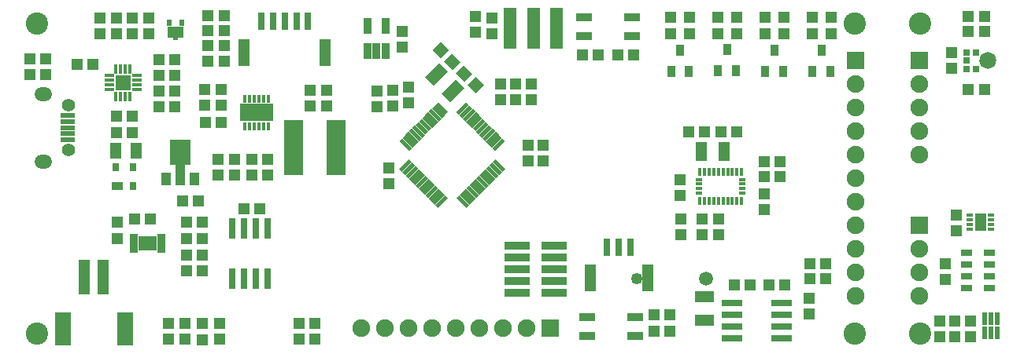
<source format=gbr>
G04 #@! TF.FileFunction,Soldermask,Top*
%FSLAX46Y46*%
G04 Gerber Fmt 4.6, Leading zero omitted, Abs format (unit mm)*
G04 Created by KiCad (PCBNEW 4.0.7-e2-6376~58~ubuntu16.04.1) date Thu Feb 15 15:21:06 2018*
%MOMM*%
%LPD*%
G01*
G04 APERTURE LIST*
%ADD10C,0.100000*%
%ADD11C,2.403200*%
%ADD12R,1.203200X1.303200*%
%ADD13R,1.303200X1.203200*%
%ADD14R,0.600000X0.700000*%
%ADD15R,1.800000X1.300000*%
%ADD16R,0.600000X0.450000*%
%ADD17R,1.203200X0.903200*%
%ADD18R,0.803200X0.903200*%
%ADD19R,1.203200X1.703200*%
%ADD20R,0.803200X1.903200*%
%ADD21R,1.203200X3.003200*%
%ADD22R,2.700000X0.950000*%
%ADD23R,1.903200X1.903200*%
%ADD24O,1.903200X1.903200*%
%ADD25R,1.553200X0.603200*%
%ADD26C,1.403200*%
%ADD27O,1.903200X1.503200*%
%ADD28R,1.203200X3.703200*%
%ADD29R,1.703200X3.603200*%
%ADD30R,1.473200X4.403200*%
%ADD31R,2.003200X5.903200*%
%ADD32R,0.853200X1.253200*%
%ADD33R,1.653200X0.903200*%
%ADD34R,0.725200X0.803200*%
%ADD35C,1.827200*%
%ADD36R,0.853200X1.763200*%
%ADD37R,0.803200X2.203200*%
%ADD38R,0.890000X0.890000*%
%ADD39R,0.990000X0.420000*%
%ADD40R,0.420000X0.990000*%
%ADD41R,0.440000X0.990000*%
%ADD42R,2.203200X0.803200*%
%ADD43R,0.453200X0.903200*%
%ADD44R,1.028200X1.053200*%
%ADD45R,0.953200X0.503200*%
%ADD46R,1.078200X0.928200*%
%ADD47R,1.300000X0.700000*%
%ADD48R,0.453200X0.878200*%
%ADD49R,0.778200X0.453200*%
%ADD50R,0.753200X0.453200*%
%ADD51R,1.203200X1.903200*%
%ADD52R,2.103200X1.303200*%
%ADD53R,1.303200X2.103200*%
%ADD54C,1.253200*%
%ADD55C,1.503200*%
%ADD56R,1.003200X1.403200*%
%ADD57R,1.003200X2.403200*%
%ADD58R,2.203200X2.703200*%
%ADD59R,0.553200X1.403200*%
G04 APERTURE END LIST*
D10*
D11*
X40107200Y-18026600D03*
X47107820Y15420720D03*
D10*
G36*
X-2336333Y11288208D02*
X-3187124Y10437417D01*
X-4108625Y11358918D01*
X-3257834Y12209709D01*
X-2336333Y11288208D01*
X-2336333Y11288208D01*
G37*
G36*
X-3538415Y12490290D02*
X-4389206Y11639499D01*
X-5310707Y12561000D01*
X-4459916Y13411791D01*
X-3538415Y12490290D01*
X-3538415Y12490290D01*
G37*
G36*
X-2779266Y10029559D02*
X-1928475Y10880350D01*
X-1006974Y9958849D01*
X-1857765Y9108058D01*
X-2779266Y10029559D01*
X-2779266Y10029559D01*
G37*
G36*
X-1577184Y8827477D02*
X-726393Y9678268D01*
X195108Y8756767D01*
X-655683Y7905976D01*
X-1577184Y8827477D01*
X-1577184Y8827477D01*
G37*
D12*
X-10033000Y-1866000D03*
X-10033000Y-166000D03*
X5334000Y7176400D03*
X5334000Y8876400D03*
X-9552408Y6469176D03*
X-9552408Y8169176D03*
X1981200Y7176400D03*
X1981200Y8876400D03*
X3657600Y7176400D03*
X3657600Y8876400D03*
D13*
X-39326514Y5391344D03*
X-37626514Y5391344D03*
D12*
X-8536042Y14520594D03*
X-8536042Y12820594D03*
D13*
X-33035553Y11480941D03*
X-34735553Y11480941D03*
D12*
X-46962342Y9885305D03*
X-46962342Y11585305D03*
D13*
X-25602300Y-4546600D03*
X-23902300Y-4546600D03*
X-41822000Y11023600D03*
X-43522000Y11023600D03*
X-34749153Y8128141D03*
X-33049153Y8128141D03*
X-34735553Y6451741D03*
X-33035553Y6451741D03*
D12*
X-24739600Y729223D03*
X-24739600Y-970777D03*
X-26583981Y729223D03*
X-26583981Y-970777D03*
D13*
X-31793310Y-9562314D03*
X-30093310Y-9562314D03*
X-30093310Y-6006314D03*
X-31793310Y-6006314D03*
D12*
X-28397200Y736600D03*
X-28397200Y-963400D03*
X-29802214Y6592844D03*
X-29802214Y8292844D03*
X-16728781Y6496823D03*
X-16728781Y8196823D03*
X-18455981Y6496823D03*
X-18455981Y8196823D03*
X35509200Y14339200D03*
X35509200Y16039200D03*
X-31902400Y-16930000D03*
X-31902400Y-18630000D03*
X-28236730Y-16949830D03*
X-28236730Y-18649830D03*
X30429200Y14339200D03*
X30429200Y16039200D03*
X20320000Y14339200D03*
X20320000Y16039200D03*
X25349200Y14339200D03*
X25349200Y16039200D03*
D14*
X-32319200Y15528000D03*
X-33619200Y15528000D03*
D15*
X-32969200Y14478000D03*
D16*
X-32969200Y13803000D03*
D17*
X-39190400Y-2101600D03*
D18*
X-37490400Y-2101600D03*
X-37490400Y-101600D03*
X-39390400Y-101600D03*
D13*
X-29450400Y16256000D03*
X-27750400Y16256000D03*
X-29450400Y13004800D03*
X-27750400Y13004800D03*
D12*
X1066800Y14302000D03*
X1066800Y16002000D03*
D19*
X-37152400Y1727200D03*
X-39352400Y1727200D03*
D20*
X15982000Y-8718000D03*
X14732000Y-8718000D03*
X13482000Y-8718000D03*
D21*
X17832000Y-12068000D03*
X11632000Y-12068000D03*
D20*
X-18702400Y15643600D03*
X-19952400Y15643600D03*
X-21202400Y15643600D03*
X-22452400Y15643600D03*
X-23702400Y15643600D03*
D21*
X-16852400Y12293600D03*
X-25552400Y12293600D03*
D22*
X7791200Y-13665200D03*
X3791200Y-13665200D03*
X7791200Y-12395200D03*
X3791200Y-12395200D03*
X7791200Y-11125200D03*
X3791200Y-11125200D03*
X7791200Y-9855200D03*
X3791200Y-9855200D03*
X7791200Y-8585200D03*
X3791200Y-8585200D03*
D23*
X7315200Y-17424400D03*
D24*
X4775200Y-17424400D03*
X2235200Y-17424400D03*
X-304800Y-17424400D03*
X-2844800Y-17424400D03*
X-5384800Y-17424400D03*
X-7924800Y-17424400D03*
X-10464800Y-17424400D03*
X-13004800Y-17424400D03*
D25*
X-44574800Y5465600D03*
X-44574800Y4815600D03*
X-44574800Y4165600D03*
X-44574800Y3515600D03*
X-44574800Y2865600D03*
D26*
X-44499800Y6590600D03*
X-44499800Y1740600D03*
D27*
X-47149800Y7790600D03*
X-47149800Y540600D03*
D28*
X-42754800Y-11976000D03*
X-40754800Y-11976000D03*
D29*
X-45104800Y-17526000D03*
X-38404800Y-17526000D03*
D30*
X5537200Y14884400D03*
X8037200Y14884400D03*
X3037200Y14884400D03*
D12*
X-11295208Y6453976D03*
X-11295208Y8153976D03*
D13*
X-39326514Y3664144D03*
X-37626514Y3664144D03*
D31*
X-20284781Y2012823D03*
X-15712781Y2012823D03*
D11*
X47107200Y-18026600D03*
X-47839740Y-18027140D03*
X40107820Y15420720D03*
X-47839440Y15420880D03*
D32*
X35575200Y10247600D03*
X37475200Y10247600D03*
X36525200Y12547600D03*
X30495200Y10229200D03*
X32395200Y10229200D03*
X31445200Y12529200D03*
X20386000Y10247600D03*
X22286000Y10247600D03*
X21336000Y12547600D03*
X25415200Y10280000D03*
X27315200Y10280000D03*
X26365200Y12580000D03*
D12*
X-19659600Y-16930000D03*
X-19659600Y-18630000D03*
X-17932400Y-16930000D03*
X-17932400Y-18630000D03*
X37541200Y16039200D03*
X37541200Y14339200D03*
X-33731200Y-16930000D03*
X-33731200Y-18630000D03*
X-30073600Y-16980800D03*
X-30073600Y-18680800D03*
D13*
X20204800Y-17754600D03*
X18504800Y-17754600D03*
X20204800Y-15976600D03*
X18504800Y-15976600D03*
X10783200Y11988800D03*
X12483200Y11988800D03*
X16344000Y11988800D03*
X14644000Y11988800D03*
D12*
X32461200Y16039200D03*
X32461200Y14339200D03*
X22352000Y16039200D03*
X22352000Y14339200D03*
X27381200Y16039200D03*
X27381200Y14339200D03*
D13*
X-33035553Y9804541D03*
X-34735553Y9804541D03*
D12*
X-35815953Y15988541D03*
X-35815953Y14288541D03*
X6611642Y616974D03*
X6611642Y2316974D03*
X-37593953Y15988541D03*
X-37593953Y14288541D03*
X-39321153Y15988541D03*
X-39321153Y14288541D03*
X4986042Y616974D03*
X4986042Y2316974D03*
X-48613342Y9885305D03*
X-48613342Y11585305D03*
D13*
X-29450400Y14630400D03*
X-27750400Y14630400D03*
X-29450400Y11379200D03*
X-27750400Y11379200D03*
D12*
X-41099153Y14288541D03*
X-41099153Y15988541D03*
D13*
X35259711Y-10504605D03*
X36959711Y-10504605D03*
X35259711Y-12130205D03*
X36959711Y-12130205D03*
D12*
X-23012400Y-970777D03*
X-23012400Y729223D03*
X-711200Y14491600D03*
X-711200Y16191600D03*
D13*
X-30093310Y-11289514D03*
X-31793310Y-11289514D03*
X-30093310Y-7784314D03*
X-31793310Y-7784314D03*
X-37400600Y-5715000D03*
X-35700600Y-5715000D03*
D12*
X-39243000Y-7758800D03*
X-39243000Y-6058800D03*
X-28057181Y6598423D03*
X-28057181Y8298423D03*
D13*
X-29755200Y4775200D03*
X-28055200Y4775200D03*
D33*
X11316469Y-18271829D03*
X16476469Y-18271829D03*
X16476469Y-16271829D03*
X11316469Y-16271829D03*
X16143600Y16073000D03*
X10983600Y16073000D03*
X10983600Y14073000D03*
X16143600Y14073000D03*
D10*
G36*
X-5023463Y6610889D02*
X-4703002Y6931350D01*
X-3640079Y5868427D01*
X-3960540Y5547966D01*
X-5023463Y6610889D01*
X-5023463Y6610889D01*
G37*
G36*
X-5377016Y6257336D02*
X-5056555Y6577797D01*
X-3993632Y5514874D01*
X-4314093Y5194413D01*
X-5377016Y6257336D01*
X-5377016Y6257336D01*
G37*
G36*
X-5730570Y5903782D02*
X-5410109Y6224243D01*
X-4347186Y5161320D01*
X-4667647Y4840859D01*
X-5730570Y5903782D01*
X-5730570Y5903782D01*
G37*
G36*
X-6084123Y5550229D02*
X-5763662Y5870690D01*
X-4700739Y4807767D01*
X-5021200Y4487306D01*
X-6084123Y5550229D01*
X-6084123Y5550229D01*
G37*
G36*
X-6437676Y5196676D02*
X-6117215Y5517137D01*
X-5054292Y4454214D01*
X-5374753Y4133753D01*
X-6437676Y5196676D01*
X-6437676Y5196676D01*
G37*
G36*
X-6791230Y4843122D02*
X-6470769Y5163583D01*
X-5407846Y4100660D01*
X-5728307Y3780199D01*
X-6791230Y4843122D01*
X-6791230Y4843122D01*
G37*
G36*
X-7144783Y4489569D02*
X-6824322Y4810030D01*
X-5761399Y3747107D01*
X-6081860Y3426646D01*
X-7144783Y4489569D01*
X-7144783Y4489569D01*
G37*
G36*
X-7498337Y4136015D02*
X-7177876Y4456476D01*
X-6114953Y3393553D01*
X-6435414Y3073092D01*
X-7498337Y4136015D01*
X-7498337Y4136015D01*
G37*
G36*
X-7851890Y3782462D02*
X-7531429Y4102923D01*
X-6468506Y3040000D01*
X-6788967Y2719539D01*
X-7851890Y3782462D01*
X-7851890Y3782462D01*
G37*
G36*
X-8205443Y3428909D02*
X-7884982Y3749370D01*
X-6822059Y2686447D01*
X-7142520Y2365986D01*
X-8205443Y3428909D01*
X-8205443Y3428909D01*
G37*
G36*
X-8558997Y3075355D02*
X-8238536Y3395816D01*
X-7175613Y2332893D01*
X-7496074Y2012432D01*
X-8558997Y3075355D01*
X-8558997Y3075355D01*
G37*
G36*
X-8912550Y2721802D02*
X-8592089Y3042263D01*
X-7529166Y1979340D01*
X-7849627Y1658879D01*
X-8912550Y2721802D01*
X-8912550Y2721802D01*
G37*
G36*
X-8592089Y-603863D02*
X-8912550Y-283402D01*
X-7849627Y779521D01*
X-7529166Y459060D01*
X-8592089Y-603863D01*
X-8592089Y-603863D01*
G37*
G36*
X-8238536Y-957416D02*
X-8558997Y-636955D01*
X-7496074Y425968D01*
X-7175613Y105507D01*
X-8238536Y-957416D01*
X-8238536Y-957416D01*
G37*
G36*
X-7884982Y-1310970D02*
X-8205443Y-990509D01*
X-7142520Y72414D01*
X-6822059Y-248047D01*
X-7884982Y-1310970D01*
X-7884982Y-1310970D01*
G37*
G36*
X-7531429Y-1664523D02*
X-7851890Y-1344062D01*
X-6788967Y-281139D01*
X-6468506Y-601600D01*
X-7531429Y-1664523D01*
X-7531429Y-1664523D01*
G37*
G36*
X-7177876Y-2018076D02*
X-7498337Y-1697615D01*
X-6435414Y-634692D01*
X-6114953Y-955153D01*
X-7177876Y-2018076D01*
X-7177876Y-2018076D01*
G37*
G36*
X-6824322Y-2371630D02*
X-7144783Y-2051169D01*
X-6081860Y-988246D01*
X-5761399Y-1308707D01*
X-6824322Y-2371630D01*
X-6824322Y-2371630D01*
G37*
G36*
X-6470769Y-2725183D02*
X-6791230Y-2404722D01*
X-5728307Y-1341799D01*
X-5407846Y-1662260D01*
X-6470769Y-2725183D01*
X-6470769Y-2725183D01*
G37*
G36*
X-6117215Y-3078737D02*
X-6437676Y-2758276D01*
X-5374753Y-1695353D01*
X-5054292Y-2015814D01*
X-6117215Y-3078737D01*
X-6117215Y-3078737D01*
G37*
G36*
X-5763662Y-3432290D02*
X-6084123Y-3111829D01*
X-5021200Y-2048906D01*
X-4700739Y-2369367D01*
X-5763662Y-3432290D01*
X-5763662Y-3432290D01*
G37*
G36*
X-5410109Y-3785843D02*
X-5730570Y-3465382D01*
X-4667647Y-2402459D01*
X-4347186Y-2722920D01*
X-5410109Y-3785843D01*
X-5410109Y-3785843D01*
G37*
G36*
X-5056555Y-4139397D02*
X-5377016Y-3818936D01*
X-4314093Y-2756013D01*
X-3993632Y-3076474D01*
X-5056555Y-4139397D01*
X-5056555Y-4139397D01*
G37*
G36*
X-4703002Y-4492950D02*
X-5023463Y-4172489D01*
X-3960540Y-3109566D01*
X-3640079Y-3430027D01*
X-4703002Y-4492950D01*
X-4703002Y-4492950D01*
G37*
G36*
X-2760721Y-3430027D02*
X-2440260Y-3109566D01*
X-1377337Y-4172489D01*
X-1697798Y-4492950D01*
X-2760721Y-3430027D01*
X-2760721Y-3430027D01*
G37*
G36*
X-2407168Y-3076474D02*
X-2086707Y-2756013D01*
X-1023784Y-3818936D01*
X-1344245Y-4139397D01*
X-2407168Y-3076474D01*
X-2407168Y-3076474D01*
G37*
G36*
X-2053614Y-2722920D02*
X-1733153Y-2402459D01*
X-670230Y-3465382D01*
X-990691Y-3785843D01*
X-2053614Y-2722920D01*
X-2053614Y-2722920D01*
G37*
G36*
X-1700061Y-2369367D02*
X-1379600Y-2048906D01*
X-316677Y-3111829D01*
X-637138Y-3432290D01*
X-1700061Y-2369367D01*
X-1700061Y-2369367D01*
G37*
G36*
X-1346508Y-2015814D02*
X-1026047Y-1695353D01*
X36876Y-2758276D01*
X-283585Y-3078737D01*
X-1346508Y-2015814D01*
X-1346508Y-2015814D01*
G37*
G36*
X-992954Y-1662260D02*
X-672493Y-1341799D01*
X390430Y-2404722D01*
X69969Y-2725183D01*
X-992954Y-1662260D01*
X-992954Y-1662260D01*
G37*
G36*
X-639401Y-1308707D02*
X-318940Y-988246D01*
X743983Y-2051169D01*
X423522Y-2371630D01*
X-639401Y-1308707D01*
X-639401Y-1308707D01*
G37*
G36*
X-285847Y-955153D02*
X34614Y-634692D01*
X1097537Y-1697615D01*
X777076Y-2018076D01*
X-285847Y-955153D01*
X-285847Y-955153D01*
G37*
G36*
X67706Y-601600D02*
X388167Y-281139D01*
X1451090Y-1344062D01*
X1130629Y-1664523D01*
X67706Y-601600D01*
X67706Y-601600D01*
G37*
G36*
X421259Y-248047D02*
X741720Y72414D01*
X1804643Y-990509D01*
X1484182Y-1310970D01*
X421259Y-248047D01*
X421259Y-248047D01*
G37*
G36*
X774813Y105507D02*
X1095274Y425968D01*
X2158197Y-636955D01*
X1837736Y-957416D01*
X774813Y105507D01*
X774813Y105507D01*
G37*
G36*
X1128366Y459060D02*
X1448827Y779521D01*
X2511750Y-283402D01*
X2191289Y-603863D01*
X1128366Y459060D01*
X1128366Y459060D01*
G37*
G36*
X1448827Y1658879D02*
X1128366Y1979340D01*
X2191289Y3042263D01*
X2511750Y2721802D01*
X1448827Y1658879D01*
X1448827Y1658879D01*
G37*
G36*
X1095274Y2012432D02*
X774813Y2332893D01*
X1837736Y3395816D01*
X2158197Y3075355D01*
X1095274Y2012432D01*
X1095274Y2012432D01*
G37*
G36*
X741720Y2365986D02*
X421259Y2686447D01*
X1484182Y3749370D01*
X1804643Y3428909D01*
X741720Y2365986D01*
X741720Y2365986D01*
G37*
G36*
X388167Y2719539D02*
X67706Y3040000D01*
X1130629Y4102923D01*
X1451090Y3782462D01*
X388167Y2719539D01*
X388167Y2719539D01*
G37*
G36*
X34614Y3073092D02*
X-285847Y3393553D01*
X777076Y4456476D01*
X1097537Y4136015D01*
X34614Y3073092D01*
X34614Y3073092D01*
G37*
G36*
X-318940Y3426646D02*
X-639401Y3747107D01*
X423522Y4810030D01*
X743983Y4489569D01*
X-318940Y3426646D01*
X-318940Y3426646D01*
G37*
G36*
X-672493Y3780199D02*
X-992954Y4100660D01*
X69969Y5163583D01*
X390430Y4843122D01*
X-672493Y3780199D01*
X-672493Y3780199D01*
G37*
G36*
X-1026047Y4133753D02*
X-1346508Y4454214D01*
X-283585Y5517137D01*
X36876Y5196676D01*
X-1026047Y4133753D01*
X-1026047Y4133753D01*
G37*
G36*
X-1379600Y4487306D02*
X-1700061Y4807767D01*
X-637138Y5870690D01*
X-316677Y5550229D01*
X-1379600Y4487306D01*
X-1379600Y4487306D01*
G37*
G36*
X-1733153Y4840859D02*
X-2053614Y5161320D01*
X-990691Y6224243D01*
X-670230Y5903782D01*
X-1733153Y4840859D01*
X-1733153Y4840859D01*
G37*
G36*
X-2086707Y5194413D02*
X-2407168Y5514874D01*
X-1344245Y6577797D01*
X-1023784Y6257336D01*
X-2086707Y5194413D01*
X-2086707Y5194413D01*
G37*
G36*
X-2440260Y5547966D02*
X-2760721Y5868427D01*
X-1697798Y6931350D01*
X-1377337Y6610889D01*
X-2440260Y5547966D01*
X-2440260Y5547966D01*
G37*
D34*
X53187600Y12293600D03*
X52104600Y12293600D03*
X53187600Y10493600D03*
X52104600Y10493600D03*
D35*
X54439600Y11393600D03*
D34*
X52104600Y11393600D03*
D36*
X-12278642Y12436208D03*
X-11328642Y12436208D03*
X-10378642Y12436208D03*
X-10378642Y15136208D03*
X-12278642Y15136208D03*
D37*
X-26873200Y-6723400D03*
X-25603200Y-6723400D03*
X-24333200Y-6723400D03*
X-23063200Y-6723400D03*
X-23063200Y-12123400D03*
X-24333200Y-12123400D03*
X-25603200Y-12123400D03*
X-26873200Y-12123400D03*
D38*
X-38247283Y8665733D03*
X-38247283Y9415733D03*
X-38997283Y9415733D03*
X-38997283Y8665733D03*
D39*
X-40097283Y9790733D03*
X-40097283Y9290733D03*
X-40097283Y8790733D03*
X-40097283Y8290733D03*
D40*
X-39372283Y7565733D03*
X-38872283Y7565733D03*
D41*
X-38372283Y7565733D03*
D40*
X-37872283Y7565733D03*
D39*
X-37147283Y8290733D03*
X-37147283Y8790733D03*
X-37147283Y9290733D03*
X-37147283Y9790733D03*
D40*
X-37872283Y10515733D03*
X-38372283Y10515733D03*
X-38872283Y10515733D03*
D41*
X-39372283Y10515733D03*
D42*
X32265600Y-14757400D03*
X32265600Y-16027400D03*
X32265600Y-17297400D03*
X32265600Y-18567400D03*
X26865600Y-18567400D03*
X26865600Y-17297400D03*
X26865600Y-16027400D03*
X26865600Y-14757400D03*
D43*
X-25477181Y4345223D03*
X-24977181Y4345223D03*
X-24477181Y4345223D03*
X-23977181Y4345223D03*
X-23477181Y4345223D03*
X-22977181Y4345223D03*
X-22977181Y7245223D03*
X-23477181Y7245223D03*
X-23977181Y7245223D03*
X-24477181Y7245223D03*
X-24977181Y7245223D03*
X-25477181Y7245223D03*
D44*
X-22989681Y6220223D03*
X-23814681Y6220223D03*
X-24639681Y6220223D03*
X-25464681Y6220223D03*
X-22989681Y5370223D03*
X-23814681Y5370223D03*
X-24639681Y5370223D03*
X-25464681Y5370223D03*
D45*
X-34502810Y-9049214D03*
X-34502810Y-8549214D03*
X-34502810Y-8049214D03*
X-34502810Y-7549214D03*
X-37402810Y-7549214D03*
X-37402810Y-8049214D03*
X-37402810Y-8549214D03*
X-37402810Y-9049214D03*
D46*
X-36390310Y-7936714D03*
X-36390310Y-8661714D03*
X-35515310Y-7936714D03*
X-35515310Y-8661714D03*
D47*
X52095400Y-9356400D03*
X52095400Y-10606400D03*
X52095400Y-11856400D03*
X52095400Y-13106400D03*
X54595400Y-13106400D03*
X54595400Y-11856400D03*
X54595400Y-10606400D03*
X54595400Y-9356400D03*
D48*
X23436372Y-600501D03*
X23936372Y-600501D03*
X24436372Y-600501D03*
X24936372Y-600501D03*
X25436372Y-600501D03*
X25936372Y-600501D03*
X26436372Y-600501D03*
X26936372Y-600501D03*
X27436372Y-600501D03*
X27936372Y-600501D03*
X23436372Y-3725501D03*
X23936372Y-3725501D03*
X24436372Y-3725501D03*
X24936372Y-3725501D03*
X25436372Y-3725501D03*
X25936372Y-3725501D03*
X26436372Y-3725501D03*
X26936372Y-3725501D03*
X27436372Y-3725501D03*
X27936372Y-3725501D03*
D49*
X23373872Y-1413001D03*
X23373872Y-1913001D03*
X23373872Y-2413001D03*
X23373872Y-2913001D03*
X27998872Y-1413001D03*
X27998872Y-1913001D03*
X27998872Y-2413001D03*
X27998872Y-2913001D03*
D50*
X54794400Y-6769800D03*
X54794400Y-6269800D03*
X54794400Y-5769800D03*
X54794400Y-5269800D03*
X52444400Y-5269800D03*
X52444400Y-5769800D03*
X52444400Y-6269800D03*
X52444400Y-6769800D03*
D51*
X53619400Y-6019800D03*
D10*
G36*
X-6101427Y9643440D02*
X-4614240Y11130627D01*
X-3692739Y10209126D01*
X-5179926Y8721939D01*
X-6101427Y9643440D01*
X-6101427Y9643440D01*
G37*
G36*
X-4333661Y7875674D02*
X-2846474Y9362861D01*
X-1924973Y8441360D01*
X-3412160Y6954173D01*
X-4333661Y7875674D01*
X-4333661Y7875674D01*
G37*
D52*
X23977600Y-16591600D03*
X23977600Y-14091600D03*
D53*
X23565800Y1574800D03*
X26065800Y1574800D03*
D54*
X16616800Y-12090400D03*
D55*
X24066800Y-12090400D03*
D12*
X-7924800Y6875576D03*
X-7924800Y8575576D03*
D13*
X52337600Y14528800D03*
X54037600Y14528800D03*
X52337600Y16154400D03*
X54037600Y16154400D03*
X28840800Y-12801600D03*
X27140800Y-12801600D03*
D12*
X35204400Y-14237600D03*
X35204400Y-15937600D03*
X49226271Y-16710263D03*
X49226271Y-18410263D03*
X49809400Y-10478400D03*
X49809400Y-12178400D03*
X52567982Y-16710263D03*
X52567982Y-18410263D03*
X50891582Y-16710263D03*
X50891582Y-18410263D03*
D13*
X22213200Y3733800D03*
X23913200Y3733800D03*
D12*
X21336000Y-1449600D03*
X21336000Y-3149600D03*
D13*
X27393000Y3733800D03*
X25693000Y3733800D03*
D12*
X25450800Y-7389600D03*
X25450800Y-5689600D03*
X51003200Y-5220600D03*
X51003200Y-6920600D03*
D13*
X54037600Y8280400D03*
X52337600Y8280400D03*
D12*
X50546000Y12280000D03*
X50546000Y10580000D03*
D13*
X30341200Y508000D03*
X32041200Y508000D03*
X30354370Y-1149402D03*
X32054370Y-1149402D03*
X32600000Y-12801600D03*
X30900000Y-12801600D03*
D12*
X23723600Y-5689600D03*
X23723600Y-7389600D03*
X21386800Y-5689600D03*
X21386800Y-7389600D03*
D23*
X40182800Y11430000D03*
D24*
X40182800Y8890000D03*
X40182800Y6350000D03*
X40182800Y3810000D03*
X40182800Y1270000D03*
X40182800Y-1270000D03*
X40182800Y-3810000D03*
X40182800Y-6350000D03*
X40182800Y-8890000D03*
X40182800Y-11430000D03*
X40182800Y-13970000D03*
D23*
X47082800Y11430000D03*
D24*
X47082800Y8890000D03*
X47082800Y6350000D03*
X47082800Y3810000D03*
X47082800Y1270000D03*
D23*
X47082800Y-6350000D03*
D24*
X47082800Y-8890000D03*
X47082800Y-11430000D03*
X47082800Y-13970000D03*
D13*
X-30493600Y-3746500D03*
X-32193600Y-3746500D03*
D12*
X30340300Y-2960000D03*
X30340300Y-4660000D03*
D56*
X-33961200Y-1369000D03*
D57*
X-32461200Y-869000D03*
D56*
X-30961200Y-1369000D03*
D58*
X-32461200Y1481000D03*
D59*
X54112400Y-17925200D03*
X54762400Y-17925200D03*
X55412400Y-17925200D03*
X55412400Y-16425200D03*
X54762400Y-16425200D03*
X54112400Y-16425200D03*
M02*

</source>
